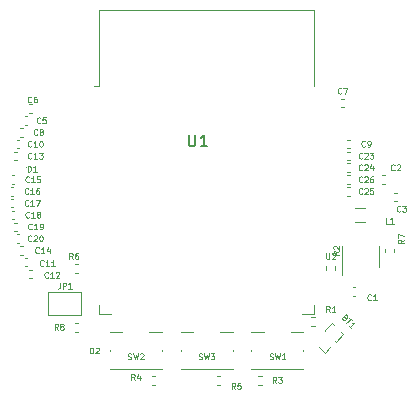
<source format=gbr>
%TF.GenerationSoftware,KiCad,Pcbnew,(6.0.0-rc1-dev-1546-g786ee0e)*%
%TF.CreationDate,2021-05-18T14:47:41-07:00*%
%TF.ProjectId,MainBoard,4d61696e-426f-4617-9264-2e6b69636164,rev?*%
%TF.SameCoordinates,Original*%
%TF.FileFunction,Legend,Top*%
%TF.FilePolarity,Positive*%
%FSLAX46Y46*%
G04 Gerber Fmt 4.6, Leading zero omitted, Abs format (unit mm)*
G04 Created by KiCad (PCBNEW (6.0.0-rc1-dev-1546-g786ee0e)) date Tue 18 May 2021 02:47:41 PM PDT*
%MOMM*%
%LPD*%
G04 APERTURE LIST*
%ADD10C,0.120000*%
%ADD11C,0.100000*%
%ADD12C,0.150000*%
G04 APERTURE END LIST*
D10*
%TO.C,U1*%
X124380000Y-29555000D02*
X124000000Y-29555000D01*
X124380000Y-23135000D02*
X124380000Y-29555000D01*
X142620000Y-23135000D02*
X142620000Y-29555000D01*
X124380000Y-23135000D02*
X142620000Y-23135000D01*
X142620000Y-48880000D02*
X141620000Y-48880000D01*
X142620000Y-48100000D02*
X142620000Y-48880000D01*
X124380000Y-48880000D02*
X125380000Y-48880000D01*
X124380000Y-48100000D02*
X124380000Y-48880000D01*
D11*
%TO.C,D1*%
X118260000Y-36500000D02*
G75*
G03X118260000Y-36500000I-50000J0D01*
G01*
D10*
%TO.C,C20*%
X117627836Y-42140000D02*
X117412164Y-42140000D01*
X117627836Y-42860000D02*
X117412164Y-42860000D01*
%TO.C,C19*%
X117427836Y-41140000D02*
X117212164Y-41140000D01*
X117427836Y-41860000D02*
X117212164Y-41860000D01*
%TO.C,C18*%
X117207836Y-40140000D02*
X116992164Y-40140000D01*
X117207836Y-40860000D02*
X116992164Y-40860000D01*
%TO.C,C17*%
X117147836Y-39140000D02*
X116932164Y-39140000D01*
X117147836Y-39860000D02*
X116932164Y-39860000D01*
%TO.C,C16*%
X117127836Y-38140000D02*
X116912164Y-38140000D01*
X117127836Y-38860000D02*
X116912164Y-38860000D01*
%TO.C,C15*%
X117207836Y-37140000D02*
X116992164Y-37140000D01*
X117207836Y-37860000D02*
X116992164Y-37860000D01*
%TO.C,C14*%
X117927836Y-43140000D02*
X117712164Y-43140000D01*
X117927836Y-43860000D02*
X117712164Y-43860000D01*
%TO.C,C13*%
X117427836Y-35140000D02*
X117212164Y-35140000D01*
X117427836Y-35860000D02*
X117212164Y-35860000D01*
%TO.C,C12*%
X118707836Y-45140000D02*
X118492164Y-45140000D01*
X118707836Y-45860000D02*
X118492164Y-45860000D01*
%TO.C,C11*%
X118327836Y-44140000D02*
X118112164Y-44140000D01*
X118327836Y-44860000D02*
X118112164Y-44860000D01*
%TO.C,C10*%
X117627836Y-34140000D02*
X117412164Y-34140000D01*
X117627836Y-34860000D02*
X117412164Y-34860000D01*
%TO.C,C8*%
X117927836Y-33140000D02*
X117712164Y-33140000D01*
X117927836Y-33860000D02*
X117712164Y-33860000D01*
%TO.C,C6*%
X118492164Y-31860000D02*
X118707836Y-31860000D01*
X118492164Y-31140000D02*
X118707836Y-31140000D01*
%TO.C,C5*%
X118092164Y-32860000D02*
X118307836Y-32860000D01*
X118092164Y-32140000D02*
X118307836Y-32140000D01*
%TO.C,SW1*%
X138350000Y-50450000D02*
X137300000Y-50450000D01*
X141700000Y-52050000D02*
X141700000Y-51950000D01*
X137300000Y-53550000D02*
X141700000Y-53550000D01*
X141700000Y-50450000D02*
X140650000Y-50450000D01*
X137300000Y-52050000D02*
X137300000Y-51950000D01*
%TO.C,SW2*%
X126350000Y-50450000D02*
X125300000Y-50450000D01*
X129700000Y-52050000D02*
X129700000Y-51950000D01*
X125300000Y-53550000D02*
X129700000Y-53550000D01*
X129700000Y-50450000D02*
X128650000Y-50450000D01*
X125300000Y-52050000D02*
X125300000Y-51950000D01*
%TO.C,SW3*%
X132350000Y-50450000D02*
X131300000Y-50450000D01*
X135700000Y-52050000D02*
X135700000Y-51950000D01*
X131300000Y-53550000D02*
X135700000Y-53550000D01*
X135700000Y-50450000D02*
X134650000Y-50450000D01*
X131300000Y-52050000D02*
X131300000Y-51950000D01*
%TO.C,C7*%
X144892164Y-31360000D02*
X145107836Y-31360000D01*
X144892164Y-30640000D02*
X145107836Y-30640000D01*
%TO.C,C9*%
X145392164Y-34860000D02*
X145607836Y-34860000D01*
X145392164Y-34140000D02*
X145607836Y-34140000D01*
%TO.C,C23*%
X145392164Y-35860000D02*
X145607836Y-35860000D01*
X145392164Y-35140000D02*
X145607836Y-35140000D01*
%TO.C,C24*%
X145392164Y-36860000D02*
X145607836Y-36860000D01*
X145392164Y-36140000D02*
X145607836Y-36140000D01*
%TO.C,C25*%
X145392164Y-38860000D02*
X145607836Y-38860000D01*
X145392164Y-38140000D02*
X145607836Y-38140000D01*
%TO.C,C26*%
X145392164Y-37860000D02*
X145607836Y-37860000D01*
X145392164Y-37140000D02*
X145607836Y-37140000D01*
D11*
%TO.C,D2*%
X122460000Y-51000000D02*
G75*
G03X122460000Y-51000000I-50000J0D01*
G01*
D10*
%TO.C,R1*%
X142346359Y-49880000D02*
X142653641Y-49880000D01*
X142346359Y-49120000D02*
X142653641Y-49120000D01*
%TO.C,R2*%
X144380000Y-45163641D02*
X144380000Y-44856359D01*
X143620000Y-45163641D02*
X143620000Y-44856359D01*
%TO.C,R3*%
X138153641Y-54120000D02*
X137846359Y-54120000D01*
X138153641Y-54880000D02*
X137846359Y-54880000D01*
%TO.C,R4*%
X129153641Y-54120000D02*
X128846359Y-54120000D01*
X129153641Y-54880000D02*
X128846359Y-54880000D01*
%TO.C,R5*%
X134653641Y-54120000D02*
X134346359Y-54120000D01*
X134653641Y-54880000D02*
X134346359Y-54880000D01*
%TO.C,R6*%
X122346359Y-45380000D02*
X122653641Y-45380000D01*
X122346359Y-44620000D02*
X122653641Y-44620000D01*
%TO.C,R7*%
X149380000Y-43653641D02*
X149380000Y-43346359D01*
X148620000Y-43653641D02*
X148620000Y-43346359D01*
%TO.C,R8*%
X122346359Y-50380000D02*
X122653641Y-50380000D01*
X122346359Y-49620000D02*
X122653641Y-49620000D01*
%TO.C,U2*%
X144990000Y-43120000D02*
X144990000Y-45550000D01*
X148060000Y-44880000D02*
X148060000Y-43120000D01*
%TO.C,JP1*%
X120100000Y-47000000D02*
X122900000Y-47000000D01*
X122900000Y-47000000D02*
X122900000Y-49000000D01*
X122900000Y-49000000D02*
X120100000Y-49000000D01*
X120100000Y-49000000D02*
X120100000Y-47000000D01*
%TO.C,BT1*%
X143507071Y-52182914D02*
X143015632Y-51691475D01*
X143991439Y-51698546D02*
X143507071Y-52182914D01*
X143554252Y-50292623D02*
X143492929Y-50231300D01*
X144475807Y-51214178D02*
X144414484Y-51152855D01*
X143492929Y-50231300D02*
X144111647Y-49612581D01*
X144475807Y-51214178D02*
X145094526Y-50595460D01*
X144324138Y-49825072D02*
X144111647Y-49612581D01*
X145094526Y-50595460D02*
X144882035Y-50382969D01*
%TO.C,C1*%
X145892164Y-47360000D02*
X146107836Y-47360000D01*
X145892164Y-46640000D02*
X146107836Y-46640000D01*
%TO.C,L1*%
X146100378Y-41060000D02*
X146899622Y-41060000D01*
X146100378Y-39940000D02*
X146899622Y-39940000D01*
%TO.C,C2*%
X148392164Y-37860000D02*
X148607836Y-37860000D01*
X148392164Y-37140000D02*
X148607836Y-37140000D01*
%TO.C,C3*%
X149392164Y-39360000D02*
X149607836Y-39360000D01*
X149392164Y-38640000D02*
X149607836Y-38640000D01*
%TO.C,U1*%
D12*
X131988095Y-33702380D02*
X131988095Y-34511904D01*
X132035714Y-34607142D01*
X132083333Y-34654761D01*
X132178571Y-34702380D01*
X132369047Y-34702380D01*
X132464285Y-34654761D01*
X132511904Y-34607142D01*
X132559523Y-34511904D01*
X132559523Y-33702380D01*
X133559523Y-34702380D02*
X132988095Y-34702380D01*
X133273809Y-34702380D02*
X133273809Y-33702380D01*
X133178571Y-33845238D01*
X133083333Y-33940476D01*
X132988095Y-33988095D01*
%TO.C,D1*%
D11*
X118350952Y-36826190D02*
X118350952Y-36326190D01*
X118470000Y-36326190D01*
X118541428Y-36350000D01*
X118589047Y-36397619D01*
X118612857Y-36445238D01*
X118636666Y-36540476D01*
X118636666Y-36611904D01*
X118612857Y-36707142D01*
X118589047Y-36754761D01*
X118541428Y-36802380D01*
X118470000Y-36826190D01*
X118350952Y-36826190D01*
X119112857Y-36826190D02*
X118827142Y-36826190D01*
X118970000Y-36826190D02*
X118970000Y-36326190D01*
X118922380Y-36397619D01*
X118874761Y-36445238D01*
X118827142Y-36469047D01*
%TO.C,C20*%
X118678571Y-42678571D02*
X118654761Y-42702380D01*
X118583333Y-42726190D01*
X118535714Y-42726190D01*
X118464285Y-42702380D01*
X118416666Y-42654761D01*
X118392857Y-42607142D01*
X118369047Y-42511904D01*
X118369047Y-42440476D01*
X118392857Y-42345238D01*
X118416666Y-42297619D01*
X118464285Y-42250000D01*
X118535714Y-42226190D01*
X118583333Y-42226190D01*
X118654761Y-42250000D01*
X118678571Y-42273809D01*
X118869047Y-42273809D02*
X118892857Y-42250000D01*
X118940476Y-42226190D01*
X119059523Y-42226190D01*
X119107142Y-42250000D01*
X119130952Y-42273809D01*
X119154761Y-42321428D01*
X119154761Y-42369047D01*
X119130952Y-42440476D01*
X118845238Y-42726190D01*
X119154761Y-42726190D01*
X119464285Y-42226190D02*
X119511904Y-42226190D01*
X119559523Y-42250000D01*
X119583333Y-42273809D01*
X119607142Y-42321428D01*
X119630952Y-42416666D01*
X119630952Y-42535714D01*
X119607142Y-42630952D01*
X119583333Y-42678571D01*
X119559523Y-42702380D01*
X119511904Y-42726190D01*
X119464285Y-42726190D01*
X119416666Y-42702380D01*
X119392857Y-42678571D01*
X119369047Y-42630952D01*
X119345238Y-42535714D01*
X119345238Y-42416666D01*
X119369047Y-42321428D01*
X119392857Y-42273809D01*
X119416666Y-42250000D01*
X119464285Y-42226190D01*
%TO.C,C19*%
X118698571Y-41678571D02*
X118674761Y-41702380D01*
X118603333Y-41726190D01*
X118555714Y-41726190D01*
X118484285Y-41702380D01*
X118436666Y-41654761D01*
X118412857Y-41607142D01*
X118389047Y-41511904D01*
X118389047Y-41440476D01*
X118412857Y-41345238D01*
X118436666Y-41297619D01*
X118484285Y-41250000D01*
X118555714Y-41226190D01*
X118603333Y-41226190D01*
X118674761Y-41250000D01*
X118698571Y-41273809D01*
X119174761Y-41726190D02*
X118889047Y-41726190D01*
X119031904Y-41726190D02*
X119031904Y-41226190D01*
X118984285Y-41297619D01*
X118936666Y-41345238D01*
X118889047Y-41369047D01*
X119412857Y-41726190D02*
X119508095Y-41726190D01*
X119555714Y-41702380D01*
X119579523Y-41678571D01*
X119627142Y-41607142D01*
X119650952Y-41511904D01*
X119650952Y-41321428D01*
X119627142Y-41273809D01*
X119603333Y-41250000D01*
X119555714Y-41226190D01*
X119460476Y-41226190D01*
X119412857Y-41250000D01*
X119389047Y-41273809D01*
X119365238Y-41321428D01*
X119365238Y-41440476D01*
X119389047Y-41488095D01*
X119412857Y-41511904D01*
X119460476Y-41535714D01*
X119555714Y-41535714D01*
X119603333Y-41511904D01*
X119627142Y-41488095D01*
X119650952Y-41440476D01*
%TO.C,C18*%
X118478571Y-40678571D02*
X118454761Y-40702380D01*
X118383333Y-40726190D01*
X118335714Y-40726190D01*
X118264285Y-40702380D01*
X118216666Y-40654761D01*
X118192857Y-40607142D01*
X118169047Y-40511904D01*
X118169047Y-40440476D01*
X118192857Y-40345238D01*
X118216666Y-40297619D01*
X118264285Y-40250000D01*
X118335714Y-40226190D01*
X118383333Y-40226190D01*
X118454761Y-40250000D01*
X118478571Y-40273809D01*
X118954761Y-40726190D02*
X118669047Y-40726190D01*
X118811904Y-40726190D02*
X118811904Y-40226190D01*
X118764285Y-40297619D01*
X118716666Y-40345238D01*
X118669047Y-40369047D01*
X119240476Y-40440476D02*
X119192857Y-40416666D01*
X119169047Y-40392857D01*
X119145238Y-40345238D01*
X119145238Y-40321428D01*
X119169047Y-40273809D01*
X119192857Y-40250000D01*
X119240476Y-40226190D01*
X119335714Y-40226190D01*
X119383333Y-40250000D01*
X119407142Y-40273809D01*
X119430952Y-40321428D01*
X119430952Y-40345238D01*
X119407142Y-40392857D01*
X119383333Y-40416666D01*
X119335714Y-40440476D01*
X119240476Y-40440476D01*
X119192857Y-40464285D01*
X119169047Y-40488095D01*
X119145238Y-40535714D01*
X119145238Y-40630952D01*
X119169047Y-40678571D01*
X119192857Y-40702380D01*
X119240476Y-40726190D01*
X119335714Y-40726190D01*
X119383333Y-40702380D01*
X119407142Y-40678571D01*
X119430952Y-40630952D01*
X119430952Y-40535714D01*
X119407142Y-40488095D01*
X119383333Y-40464285D01*
X119335714Y-40440476D01*
%TO.C,C17*%
X118398571Y-39678571D02*
X118374761Y-39702380D01*
X118303333Y-39726190D01*
X118255714Y-39726190D01*
X118184285Y-39702380D01*
X118136666Y-39654761D01*
X118112857Y-39607142D01*
X118089047Y-39511904D01*
X118089047Y-39440476D01*
X118112857Y-39345238D01*
X118136666Y-39297619D01*
X118184285Y-39250000D01*
X118255714Y-39226190D01*
X118303333Y-39226190D01*
X118374761Y-39250000D01*
X118398571Y-39273809D01*
X118874761Y-39726190D02*
X118589047Y-39726190D01*
X118731904Y-39726190D02*
X118731904Y-39226190D01*
X118684285Y-39297619D01*
X118636666Y-39345238D01*
X118589047Y-39369047D01*
X119041428Y-39226190D02*
X119374761Y-39226190D01*
X119160476Y-39726190D01*
%TO.C,C16*%
X118398571Y-38678571D02*
X118374761Y-38702380D01*
X118303333Y-38726190D01*
X118255714Y-38726190D01*
X118184285Y-38702380D01*
X118136666Y-38654761D01*
X118112857Y-38607142D01*
X118089047Y-38511904D01*
X118089047Y-38440476D01*
X118112857Y-38345238D01*
X118136666Y-38297619D01*
X118184285Y-38250000D01*
X118255714Y-38226190D01*
X118303333Y-38226190D01*
X118374761Y-38250000D01*
X118398571Y-38273809D01*
X118874761Y-38726190D02*
X118589047Y-38726190D01*
X118731904Y-38726190D02*
X118731904Y-38226190D01*
X118684285Y-38297619D01*
X118636666Y-38345238D01*
X118589047Y-38369047D01*
X119303333Y-38226190D02*
X119208095Y-38226190D01*
X119160476Y-38250000D01*
X119136666Y-38273809D01*
X119089047Y-38345238D01*
X119065238Y-38440476D01*
X119065238Y-38630952D01*
X119089047Y-38678571D01*
X119112857Y-38702380D01*
X119160476Y-38726190D01*
X119255714Y-38726190D01*
X119303333Y-38702380D01*
X119327142Y-38678571D01*
X119350952Y-38630952D01*
X119350952Y-38511904D01*
X119327142Y-38464285D01*
X119303333Y-38440476D01*
X119255714Y-38416666D01*
X119160476Y-38416666D01*
X119112857Y-38440476D01*
X119089047Y-38464285D01*
X119065238Y-38511904D01*
%TO.C,C15*%
X118478571Y-37678571D02*
X118454761Y-37702380D01*
X118383333Y-37726190D01*
X118335714Y-37726190D01*
X118264285Y-37702380D01*
X118216666Y-37654761D01*
X118192857Y-37607142D01*
X118169047Y-37511904D01*
X118169047Y-37440476D01*
X118192857Y-37345238D01*
X118216666Y-37297619D01*
X118264285Y-37250000D01*
X118335714Y-37226190D01*
X118383333Y-37226190D01*
X118454761Y-37250000D01*
X118478571Y-37273809D01*
X118954761Y-37726190D02*
X118669047Y-37726190D01*
X118811904Y-37726190D02*
X118811904Y-37226190D01*
X118764285Y-37297619D01*
X118716666Y-37345238D01*
X118669047Y-37369047D01*
X119407142Y-37226190D02*
X119169047Y-37226190D01*
X119145238Y-37464285D01*
X119169047Y-37440476D01*
X119216666Y-37416666D01*
X119335714Y-37416666D01*
X119383333Y-37440476D01*
X119407142Y-37464285D01*
X119430952Y-37511904D01*
X119430952Y-37630952D01*
X119407142Y-37678571D01*
X119383333Y-37702380D01*
X119335714Y-37726190D01*
X119216666Y-37726190D01*
X119169047Y-37702380D01*
X119145238Y-37678571D01*
%TO.C,C14*%
X119298571Y-43678571D02*
X119274761Y-43702380D01*
X119203333Y-43726190D01*
X119155714Y-43726190D01*
X119084285Y-43702380D01*
X119036666Y-43654761D01*
X119012857Y-43607142D01*
X118989047Y-43511904D01*
X118989047Y-43440476D01*
X119012857Y-43345238D01*
X119036666Y-43297619D01*
X119084285Y-43250000D01*
X119155714Y-43226190D01*
X119203333Y-43226190D01*
X119274761Y-43250000D01*
X119298571Y-43273809D01*
X119774761Y-43726190D02*
X119489047Y-43726190D01*
X119631904Y-43726190D02*
X119631904Y-43226190D01*
X119584285Y-43297619D01*
X119536666Y-43345238D01*
X119489047Y-43369047D01*
X120203333Y-43392857D02*
X120203333Y-43726190D01*
X120084285Y-43202380D02*
X119965238Y-43559523D01*
X120274761Y-43559523D01*
%TO.C,C13*%
X118678571Y-35678571D02*
X118654761Y-35702380D01*
X118583333Y-35726190D01*
X118535714Y-35726190D01*
X118464285Y-35702380D01*
X118416666Y-35654761D01*
X118392857Y-35607142D01*
X118369047Y-35511904D01*
X118369047Y-35440476D01*
X118392857Y-35345238D01*
X118416666Y-35297619D01*
X118464285Y-35250000D01*
X118535714Y-35226190D01*
X118583333Y-35226190D01*
X118654761Y-35250000D01*
X118678571Y-35273809D01*
X119154761Y-35726190D02*
X118869047Y-35726190D01*
X119011904Y-35726190D02*
X119011904Y-35226190D01*
X118964285Y-35297619D01*
X118916666Y-35345238D01*
X118869047Y-35369047D01*
X119321428Y-35226190D02*
X119630952Y-35226190D01*
X119464285Y-35416666D01*
X119535714Y-35416666D01*
X119583333Y-35440476D01*
X119607142Y-35464285D01*
X119630952Y-35511904D01*
X119630952Y-35630952D01*
X119607142Y-35678571D01*
X119583333Y-35702380D01*
X119535714Y-35726190D01*
X119392857Y-35726190D01*
X119345238Y-35702380D01*
X119321428Y-35678571D01*
%TO.C,C12*%
X120078571Y-45778571D02*
X120054761Y-45802380D01*
X119983333Y-45826190D01*
X119935714Y-45826190D01*
X119864285Y-45802380D01*
X119816666Y-45754761D01*
X119792857Y-45707142D01*
X119769047Y-45611904D01*
X119769047Y-45540476D01*
X119792857Y-45445238D01*
X119816666Y-45397619D01*
X119864285Y-45350000D01*
X119935714Y-45326190D01*
X119983333Y-45326190D01*
X120054761Y-45350000D01*
X120078571Y-45373809D01*
X120554761Y-45826190D02*
X120269047Y-45826190D01*
X120411904Y-45826190D02*
X120411904Y-45326190D01*
X120364285Y-45397619D01*
X120316666Y-45445238D01*
X120269047Y-45469047D01*
X120745238Y-45373809D02*
X120769047Y-45350000D01*
X120816666Y-45326190D01*
X120935714Y-45326190D01*
X120983333Y-45350000D01*
X121007142Y-45373809D01*
X121030952Y-45421428D01*
X121030952Y-45469047D01*
X121007142Y-45540476D01*
X120721428Y-45826190D01*
X121030952Y-45826190D01*
%TO.C,C11*%
X119698571Y-44778571D02*
X119674761Y-44802380D01*
X119603333Y-44826190D01*
X119555714Y-44826190D01*
X119484285Y-44802380D01*
X119436666Y-44754761D01*
X119412857Y-44707142D01*
X119389047Y-44611904D01*
X119389047Y-44540476D01*
X119412857Y-44445238D01*
X119436666Y-44397619D01*
X119484285Y-44350000D01*
X119555714Y-44326190D01*
X119603333Y-44326190D01*
X119674761Y-44350000D01*
X119698571Y-44373809D01*
X120174761Y-44826190D02*
X119889047Y-44826190D01*
X120031904Y-44826190D02*
X120031904Y-44326190D01*
X119984285Y-44397619D01*
X119936666Y-44445238D01*
X119889047Y-44469047D01*
X120650952Y-44826190D02*
X120365238Y-44826190D01*
X120508095Y-44826190D02*
X120508095Y-44326190D01*
X120460476Y-44397619D01*
X120412857Y-44445238D01*
X120365238Y-44469047D01*
%TO.C,C10*%
X118678571Y-34678571D02*
X118654761Y-34702380D01*
X118583333Y-34726190D01*
X118535714Y-34726190D01*
X118464285Y-34702380D01*
X118416666Y-34654761D01*
X118392857Y-34607142D01*
X118369047Y-34511904D01*
X118369047Y-34440476D01*
X118392857Y-34345238D01*
X118416666Y-34297619D01*
X118464285Y-34250000D01*
X118535714Y-34226190D01*
X118583333Y-34226190D01*
X118654761Y-34250000D01*
X118678571Y-34273809D01*
X119154761Y-34726190D02*
X118869047Y-34726190D01*
X119011904Y-34726190D02*
X119011904Y-34226190D01*
X118964285Y-34297619D01*
X118916666Y-34345238D01*
X118869047Y-34369047D01*
X119464285Y-34226190D02*
X119511904Y-34226190D01*
X119559523Y-34250000D01*
X119583333Y-34273809D01*
X119607142Y-34321428D01*
X119630952Y-34416666D01*
X119630952Y-34535714D01*
X119607142Y-34630952D01*
X119583333Y-34678571D01*
X119559523Y-34702380D01*
X119511904Y-34726190D01*
X119464285Y-34726190D01*
X119416666Y-34702380D01*
X119392857Y-34678571D01*
X119369047Y-34630952D01*
X119345238Y-34535714D01*
X119345238Y-34416666D01*
X119369047Y-34321428D01*
X119392857Y-34273809D01*
X119416666Y-34250000D01*
X119464285Y-34226190D01*
%TO.C,C8*%
X119166666Y-33678571D02*
X119142857Y-33702380D01*
X119071428Y-33726190D01*
X119023809Y-33726190D01*
X118952380Y-33702380D01*
X118904761Y-33654761D01*
X118880952Y-33607142D01*
X118857142Y-33511904D01*
X118857142Y-33440476D01*
X118880952Y-33345238D01*
X118904761Y-33297619D01*
X118952380Y-33250000D01*
X119023809Y-33226190D01*
X119071428Y-33226190D01*
X119142857Y-33250000D01*
X119166666Y-33273809D01*
X119452380Y-33440476D02*
X119404761Y-33416666D01*
X119380952Y-33392857D01*
X119357142Y-33345238D01*
X119357142Y-33321428D01*
X119380952Y-33273809D01*
X119404761Y-33250000D01*
X119452380Y-33226190D01*
X119547619Y-33226190D01*
X119595238Y-33250000D01*
X119619047Y-33273809D01*
X119642857Y-33321428D01*
X119642857Y-33345238D01*
X119619047Y-33392857D01*
X119595238Y-33416666D01*
X119547619Y-33440476D01*
X119452380Y-33440476D01*
X119404761Y-33464285D01*
X119380952Y-33488095D01*
X119357142Y-33535714D01*
X119357142Y-33630952D01*
X119380952Y-33678571D01*
X119404761Y-33702380D01*
X119452380Y-33726190D01*
X119547619Y-33726190D01*
X119595238Y-33702380D01*
X119619047Y-33678571D01*
X119642857Y-33630952D01*
X119642857Y-33535714D01*
X119619047Y-33488095D01*
X119595238Y-33464285D01*
X119547619Y-33440476D01*
%TO.C,C6*%
X118666666Y-30928571D02*
X118642857Y-30952380D01*
X118571428Y-30976190D01*
X118523809Y-30976190D01*
X118452380Y-30952380D01*
X118404761Y-30904761D01*
X118380952Y-30857142D01*
X118357142Y-30761904D01*
X118357142Y-30690476D01*
X118380952Y-30595238D01*
X118404761Y-30547619D01*
X118452380Y-30500000D01*
X118523809Y-30476190D01*
X118571428Y-30476190D01*
X118642857Y-30500000D01*
X118666666Y-30523809D01*
X119095238Y-30476190D02*
X119000000Y-30476190D01*
X118952380Y-30500000D01*
X118928571Y-30523809D01*
X118880952Y-30595238D01*
X118857142Y-30690476D01*
X118857142Y-30880952D01*
X118880952Y-30928571D01*
X118904761Y-30952380D01*
X118952380Y-30976190D01*
X119047619Y-30976190D01*
X119095238Y-30952380D01*
X119119047Y-30928571D01*
X119142857Y-30880952D01*
X119142857Y-30761904D01*
X119119047Y-30714285D01*
X119095238Y-30690476D01*
X119047619Y-30666666D01*
X118952380Y-30666666D01*
X118904761Y-30690476D01*
X118880952Y-30714285D01*
X118857142Y-30761904D01*
%TO.C,C5*%
X119416666Y-32678571D02*
X119392857Y-32702380D01*
X119321428Y-32726190D01*
X119273809Y-32726190D01*
X119202380Y-32702380D01*
X119154761Y-32654761D01*
X119130952Y-32607142D01*
X119107142Y-32511904D01*
X119107142Y-32440476D01*
X119130952Y-32345238D01*
X119154761Y-32297619D01*
X119202380Y-32250000D01*
X119273809Y-32226190D01*
X119321428Y-32226190D01*
X119392857Y-32250000D01*
X119416666Y-32273809D01*
X119869047Y-32226190D02*
X119630952Y-32226190D01*
X119607142Y-32464285D01*
X119630952Y-32440476D01*
X119678571Y-32416666D01*
X119797619Y-32416666D01*
X119845238Y-32440476D01*
X119869047Y-32464285D01*
X119892857Y-32511904D01*
X119892857Y-32630952D01*
X119869047Y-32678571D01*
X119845238Y-32702380D01*
X119797619Y-32726190D01*
X119678571Y-32726190D01*
X119630952Y-32702380D01*
X119607142Y-32678571D01*
%TO.C,SW1*%
X138833333Y-52702380D02*
X138904761Y-52726190D01*
X139023809Y-52726190D01*
X139071428Y-52702380D01*
X139095238Y-52678571D01*
X139119047Y-52630952D01*
X139119047Y-52583333D01*
X139095238Y-52535714D01*
X139071428Y-52511904D01*
X139023809Y-52488095D01*
X138928571Y-52464285D01*
X138880952Y-52440476D01*
X138857142Y-52416666D01*
X138833333Y-52369047D01*
X138833333Y-52321428D01*
X138857142Y-52273809D01*
X138880952Y-52250000D01*
X138928571Y-52226190D01*
X139047619Y-52226190D01*
X139119047Y-52250000D01*
X139285714Y-52226190D02*
X139404761Y-52726190D01*
X139500000Y-52369047D01*
X139595238Y-52726190D01*
X139714285Y-52226190D01*
X140166666Y-52726190D02*
X139880952Y-52726190D01*
X140023809Y-52726190D02*
X140023809Y-52226190D01*
X139976190Y-52297619D01*
X139928571Y-52345238D01*
X139880952Y-52369047D01*
%TO.C,SW2*%
X126833333Y-52702380D02*
X126904761Y-52726190D01*
X127023809Y-52726190D01*
X127071428Y-52702380D01*
X127095238Y-52678571D01*
X127119047Y-52630952D01*
X127119047Y-52583333D01*
X127095238Y-52535714D01*
X127071428Y-52511904D01*
X127023809Y-52488095D01*
X126928571Y-52464285D01*
X126880952Y-52440476D01*
X126857142Y-52416666D01*
X126833333Y-52369047D01*
X126833333Y-52321428D01*
X126857142Y-52273809D01*
X126880952Y-52250000D01*
X126928571Y-52226190D01*
X127047619Y-52226190D01*
X127119047Y-52250000D01*
X127285714Y-52226190D02*
X127404761Y-52726190D01*
X127500000Y-52369047D01*
X127595238Y-52726190D01*
X127714285Y-52226190D01*
X127880952Y-52273809D02*
X127904761Y-52250000D01*
X127952380Y-52226190D01*
X128071428Y-52226190D01*
X128119047Y-52250000D01*
X128142857Y-52273809D01*
X128166666Y-52321428D01*
X128166666Y-52369047D01*
X128142857Y-52440476D01*
X127857142Y-52726190D01*
X128166666Y-52726190D01*
%TO.C,SW3*%
X132833333Y-52702380D02*
X132904761Y-52726190D01*
X133023809Y-52726190D01*
X133071428Y-52702380D01*
X133095238Y-52678571D01*
X133119047Y-52630952D01*
X133119047Y-52583333D01*
X133095238Y-52535714D01*
X133071428Y-52511904D01*
X133023809Y-52488095D01*
X132928571Y-52464285D01*
X132880952Y-52440476D01*
X132857142Y-52416666D01*
X132833333Y-52369047D01*
X132833333Y-52321428D01*
X132857142Y-52273809D01*
X132880952Y-52250000D01*
X132928571Y-52226190D01*
X133047619Y-52226190D01*
X133119047Y-52250000D01*
X133285714Y-52226190D02*
X133404761Y-52726190D01*
X133500000Y-52369047D01*
X133595238Y-52726190D01*
X133714285Y-52226190D01*
X133857142Y-52226190D02*
X134166666Y-52226190D01*
X134000000Y-52416666D01*
X134071428Y-52416666D01*
X134119047Y-52440476D01*
X134142857Y-52464285D01*
X134166666Y-52511904D01*
X134166666Y-52630952D01*
X134142857Y-52678571D01*
X134119047Y-52702380D01*
X134071428Y-52726190D01*
X133928571Y-52726190D01*
X133880952Y-52702380D01*
X133857142Y-52678571D01*
%TO.C,C7*%
X144916666Y-30178571D02*
X144892857Y-30202380D01*
X144821428Y-30226190D01*
X144773809Y-30226190D01*
X144702380Y-30202380D01*
X144654761Y-30154761D01*
X144630952Y-30107142D01*
X144607142Y-30011904D01*
X144607142Y-29940476D01*
X144630952Y-29845238D01*
X144654761Y-29797619D01*
X144702380Y-29750000D01*
X144773809Y-29726190D01*
X144821428Y-29726190D01*
X144892857Y-29750000D01*
X144916666Y-29773809D01*
X145083333Y-29726190D02*
X145416666Y-29726190D01*
X145202380Y-30226190D01*
%TO.C,C9*%
X146916666Y-34678571D02*
X146892857Y-34702380D01*
X146821428Y-34726190D01*
X146773809Y-34726190D01*
X146702380Y-34702380D01*
X146654761Y-34654761D01*
X146630952Y-34607142D01*
X146607142Y-34511904D01*
X146607142Y-34440476D01*
X146630952Y-34345238D01*
X146654761Y-34297619D01*
X146702380Y-34250000D01*
X146773809Y-34226190D01*
X146821428Y-34226190D01*
X146892857Y-34250000D01*
X146916666Y-34273809D01*
X147154761Y-34726190D02*
X147250000Y-34726190D01*
X147297619Y-34702380D01*
X147321428Y-34678571D01*
X147369047Y-34607142D01*
X147392857Y-34511904D01*
X147392857Y-34321428D01*
X147369047Y-34273809D01*
X147345238Y-34250000D01*
X147297619Y-34226190D01*
X147202380Y-34226190D01*
X147154761Y-34250000D01*
X147130952Y-34273809D01*
X147107142Y-34321428D01*
X147107142Y-34440476D01*
X147130952Y-34488095D01*
X147154761Y-34511904D01*
X147202380Y-34535714D01*
X147297619Y-34535714D01*
X147345238Y-34511904D01*
X147369047Y-34488095D01*
X147392857Y-34440476D01*
%TO.C,C23*%
X146678571Y-35678571D02*
X146654761Y-35702380D01*
X146583333Y-35726190D01*
X146535714Y-35726190D01*
X146464285Y-35702380D01*
X146416666Y-35654761D01*
X146392857Y-35607142D01*
X146369047Y-35511904D01*
X146369047Y-35440476D01*
X146392857Y-35345238D01*
X146416666Y-35297619D01*
X146464285Y-35250000D01*
X146535714Y-35226190D01*
X146583333Y-35226190D01*
X146654761Y-35250000D01*
X146678571Y-35273809D01*
X146869047Y-35273809D02*
X146892857Y-35250000D01*
X146940476Y-35226190D01*
X147059523Y-35226190D01*
X147107142Y-35250000D01*
X147130952Y-35273809D01*
X147154761Y-35321428D01*
X147154761Y-35369047D01*
X147130952Y-35440476D01*
X146845238Y-35726190D01*
X147154761Y-35726190D01*
X147321428Y-35226190D02*
X147630952Y-35226190D01*
X147464285Y-35416666D01*
X147535714Y-35416666D01*
X147583333Y-35440476D01*
X147607142Y-35464285D01*
X147630952Y-35511904D01*
X147630952Y-35630952D01*
X147607142Y-35678571D01*
X147583333Y-35702380D01*
X147535714Y-35726190D01*
X147392857Y-35726190D01*
X147345238Y-35702380D01*
X147321428Y-35678571D01*
%TO.C,C24*%
X146678571Y-36678571D02*
X146654761Y-36702380D01*
X146583333Y-36726190D01*
X146535714Y-36726190D01*
X146464285Y-36702380D01*
X146416666Y-36654761D01*
X146392857Y-36607142D01*
X146369047Y-36511904D01*
X146369047Y-36440476D01*
X146392857Y-36345238D01*
X146416666Y-36297619D01*
X146464285Y-36250000D01*
X146535714Y-36226190D01*
X146583333Y-36226190D01*
X146654761Y-36250000D01*
X146678571Y-36273809D01*
X146869047Y-36273809D02*
X146892857Y-36250000D01*
X146940476Y-36226190D01*
X147059523Y-36226190D01*
X147107142Y-36250000D01*
X147130952Y-36273809D01*
X147154761Y-36321428D01*
X147154761Y-36369047D01*
X147130952Y-36440476D01*
X146845238Y-36726190D01*
X147154761Y-36726190D01*
X147583333Y-36392857D02*
X147583333Y-36726190D01*
X147464285Y-36202380D02*
X147345238Y-36559523D01*
X147654761Y-36559523D01*
%TO.C,C25*%
X146678571Y-38678571D02*
X146654761Y-38702380D01*
X146583333Y-38726190D01*
X146535714Y-38726190D01*
X146464285Y-38702380D01*
X146416666Y-38654761D01*
X146392857Y-38607142D01*
X146369047Y-38511904D01*
X146369047Y-38440476D01*
X146392857Y-38345238D01*
X146416666Y-38297619D01*
X146464285Y-38250000D01*
X146535714Y-38226190D01*
X146583333Y-38226190D01*
X146654761Y-38250000D01*
X146678571Y-38273809D01*
X146869047Y-38273809D02*
X146892857Y-38250000D01*
X146940476Y-38226190D01*
X147059523Y-38226190D01*
X147107142Y-38250000D01*
X147130952Y-38273809D01*
X147154761Y-38321428D01*
X147154761Y-38369047D01*
X147130952Y-38440476D01*
X146845238Y-38726190D01*
X147154761Y-38726190D01*
X147607142Y-38226190D02*
X147369047Y-38226190D01*
X147345238Y-38464285D01*
X147369047Y-38440476D01*
X147416666Y-38416666D01*
X147535714Y-38416666D01*
X147583333Y-38440476D01*
X147607142Y-38464285D01*
X147630952Y-38511904D01*
X147630952Y-38630952D01*
X147607142Y-38678571D01*
X147583333Y-38702380D01*
X147535714Y-38726190D01*
X147416666Y-38726190D01*
X147369047Y-38702380D01*
X147345238Y-38678571D01*
%TO.C,C26*%
X146678571Y-37678571D02*
X146654761Y-37702380D01*
X146583333Y-37726190D01*
X146535714Y-37726190D01*
X146464285Y-37702380D01*
X146416666Y-37654761D01*
X146392857Y-37607142D01*
X146369047Y-37511904D01*
X146369047Y-37440476D01*
X146392857Y-37345238D01*
X146416666Y-37297619D01*
X146464285Y-37250000D01*
X146535714Y-37226190D01*
X146583333Y-37226190D01*
X146654761Y-37250000D01*
X146678571Y-37273809D01*
X146869047Y-37273809D02*
X146892857Y-37250000D01*
X146940476Y-37226190D01*
X147059523Y-37226190D01*
X147107142Y-37250000D01*
X147130952Y-37273809D01*
X147154761Y-37321428D01*
X147154761Y-37369047D01*
X147130952Y-37440476D01*
X146845238Y-37726190D01*
X147154761Y-37726190D01*
X147583333Y-37226190D02*
X147488095Y-37226190D01*
X147440476Y-37250000D01*
X147416666Y-37273809D01*
X147369047Y-37345238D01*
X147345238Y-37440476D01*
X147345238Y-37630952D01*
X147369047Y-37678571D01*
X147392857Y-37702380D01*
X147440476Y-37726190D01*
X147535714Y-37726190D01*
X147583333Y-37702380D01*
X147607142Y-37678571D01*
X147630952Y-37630952D01*
X147630952Y-37511904D01*
X147607142Y-37464285D01*
X147583333Y-37440476D01*
X147535714Y-37416666D01*
X147440476Y-37416666D01*
X147392857Y-37440476D01*
X147369047Y-37464285D01*
X147345238Y-37511904D01*
%TO.C,D2*%
X123630952Y-52226190D02*
X123630952Y-51726190D01*
X123750000Y-51726190D01*
X123821428Y-51750000D01*
X123869047Y-51797619D01*
X123892857Y-51845238D01*
X123916666Y-51940476D01*
X123916666Y-52011904D01*
X123892857Y-52107142D01*
X123869047Y-52154761D01*
X123821428Y-52202380D01*
X123750000Y-52226190D01*
X123630952Y-52226190D01*
X124107142Y-51773809D02*
X124130952Y-51750000D01*
X124178571Y-51726190D01*
X124297619Y-51726190D01*
X124345238Y-51750000D01*
X124369047Y-51773809D01*
X124392857Y-51821428D01*
X124392857Y-51869047D01*
X124369047Y-51940476D01*
X124083333Y-52226190D01*
X124392857Y-52226190D01*
%TO.C,R1*%
X143916666Y-48726190D02*
X143750000Y-48488095D01*
X143630952Y-48726190D02*
X143630952Y-48226190D01*
X143821428Y-48226190D01*
X143869047Y-48250000D01*
X143892857Y-48273809D01*
X143916666Y-48321428D01*
X143916666Y-48392857D01*
X143892857Y-48440476D01*
X143869047Y-48464285D01*
X143821428Y-48488095D01*
X143630952Y-48488095D01*
X144392857Y-48726190D02*
X144107142Y-48726190D01*
X144250000Y-48726190D02*
X144250000Y-48226190D01*
X144202380Y-48297619D01*
X144154761Y-48345238D01*
X144107142Y-48369047D01*
%TO.C,R2*%
X144726190Y-43593333D02*
X144488095Y-43760000D01*
X144726190Y-43879047D02*
X144226190Y-43879047D01*
X144226190Y-43688571D01*
X144250000Y-43640952D01*
X144273809Y-43617142D01*
X144321428Y-43593333D01*
X144392857Y-43593333D01*
X144440476Y-43617142D01*
X144464285Y-43640952D01*
X144488095Y-43688571D01*
X144488095Y-43879047D01*
X144273809Y-43402857D02*
X144250000Y-43379047D01*
X144226190Y-43331428D01*
X144226190Y-43212380D01*
X144250000Y-43164761D01*
X144273809Y-43140952D01*
X144321428Y-43117142D01*
X144369047Y-43117142D01*
X144440476Y-43140952D01*
X144726190Y-43426666D01*
X144726190Y-43117142D01*
%TO.C,R3*%
X139416666Y-54726190D02*
X139250000Y-54488095D01*
X139130952Y-54726190D02*
X139130952Y-54226190D01*
X139321428Y-54226190D01*
X139369047Y-54250000D01*
X139392857Y-54273809D01*
X139416666Y-54321428D01*
X139416666Y-54392857D01*
X139392857Y-54440476D01*
X139369047Y-54464285D01*
X139321428Y-54488095D01*
X139130952Y-54488095D01*
X139583333Y-54226190D02*
X139892857Y-54226190D01*
X139726190Y-54416666D01*
X139797619Y-54416666D01*
X139845238Y-54440476D01*
X139869047Y-54464285D01*
X139892857Y-54511904D01*
X139892857Y-54630952D01*
X139869047Y-54678571D01*
X139845238Y-54702380D01*
X139797619Y-54726190D01*
X139654761Y-54726190D01*
X139607142Y-54702380D01*
X139583333Y-54678571D01*
%TO.C,R4*%
X127416666Y-54476190D02*
X127250000Y-54238095D01*
X127130952Y-54476190D02*
X127130952Y-53976190D01*
X127321428Y-53976190D01*
X127369047Y-54000000D01*
X127392857Y-54023809D01*
X127416666Y-54071428D01*
X127416666Y-54142857D01*
X127392857Y-54190476D01*
X127369047Y-54214285D01*
X127321428Y-54238095D01*
X127130952Y-54238095D01*
X127845238Y-54142857D02*
X127845238Y-54476190D01*
X127726190Y-53952380D02*
X127607142Y-54309523D01*
X127916666Y-54309523D01*
%TO.C,R5*%
X135916666Y-55226190D02*
X135750000Y-54988095D01*
X135630952Y-55226190D02*
X135630952Y-54726190D01*
X135821428Y-54726190D01*
X135869047Y-54750000D01*
X135892857Y-54773809D01*
X135916666Y-54821428D01*
X135916666Y-54892857D01*
X135892857Y-54940476D01*
X135869047Y-54964285D01*
X135821428Y-54988095D01*
X135630952Y-54988095D01*
X136369047Y-54726190D02*
X136130952Y-54726190D01*
X136107142Y-54964285D01*
X136130952Y-54940476D01*
X136178571Y-54916666D01*
X136297619Y-54916666D01*
X136345238Y-54940476D01*
X136369047Y-54964285D01*
X136392857Y-55011904D01*
X136392857Y-55130952D01*
X136369047Y-55178571D01*
X136345238Y-55202380D01*
X136297619Y-55226190D01*
X136178571Y-55226190D01*
X136130952Y-55202380D01*
X136107142Y-55178571D01*
%TO.C,R6*%
X122166666Y-44226190D02*
X122000000Y-43988095D01*
X121880952Y-44226190D02*
X121880952Y-43726190D01*
X122071428Y-43726190D01*
X122119047Y-43750000D01*
X122142857Y-43773809D01*
X122166666Y-43821428D01*
X122166666Y-43892857D01*
X122142857Y-43940476D01*
X122119047Y-43964285D01*
X122071428Y-43988095D01*
X121880952Y-43988095D01*
X122595238Y-43726190D02*
X122500000Y-43726190D01*
X122452380Y-43750000D01*
X122428571Y-43773809D01*
X122380952Y-43845238D01*
X122357142Y-43940476D01*
X122357142Y-44130952D01*
X122380952Y-44178571D01*
X122404761Y-44202380D01*
X122452380Y-44226190D01*
X122547619Y-44226190D01*
X122595238Y-44202380D01*
X122619047Y-44178571D01*
X122642857Y-44130952D01*
X122642857Y-44011904D01*
X122619047Y-43964285D01*
X122595238Y-43940476D01*
X122547619Y-43916666D01*
X122452380Y-43916666D01*
X122404761Y-43940476D01*
X122380952Y-43964285D01*
X122357142Y-44011904D01*
%TO.C,R7*%
X150226190Y-42583333D02*
X149988095Y-42750000D01*
X150226190Y-42869047D02*
X149726190Y-42869047D01*
X149726190Y-42678571D01*
X149750000Y-42630952D01*
X149773809Y-42607142D01*
X149821428Y-42583333D01*
X149892857Y-42583333D01*
X149940476Y-42607142D01*
X149964285Y-42630952D01*
X149988095Y-42678571D01*
X149988095Y-42869047D01*
X149726190Y-42416666D02*
X149726190Y-42083333D01*
X150226190Y-42297619D01*
%TO.C,R8*%
X120916666Y-50226190D02*
X120750000Y-49988095D01*
X120630952Y-50226190D02*
X120630952Y-49726190D01*
X120821428Y-49726190D01*
X120869047Y-49750000D01*
X120892857Y-49773809D01*
X120916666Y-49821428D01*
X120916666Y-49892857D01*
X120892857Y-49940476D01*
X120869047Y-49964285D01*
X120821428Y-49988095D01*
X120630952Y-49988095D01*
X121202380Y-49940476D02*
X121154761Y-49916666D01*
X121130952Y-49892857D01*
X121107142Y-49845238D01*
X121107142Y-49821428D01*
X121130952Y-49773809D01*
X121154761Y-49750000D01*
X121202380Y-49726190D01*
X121297619Y-49726190D01*
X121345238Y-49750000D01*
X121369047Y-49773809D01*
X121392857Y-49821428D01*
X121392857Y-49845238D01*
X121369047Y-49892857D01*
X121345238Y-49916666D01*
X121297619Y-49940476D01*
X121202380Y-49940476D01*
X121154761Y-49964285D01*
X121130952Y-49988095D01*
X121107142Y-50035714D01*
X121107142Y-50130952D01*
X121130952Y-50178571D01*
X121154761Y-50202380D01*
X121202380Y-50226190D01*
X121297619Y-50226190D01*
X121345238Y-50202380D01*
X121369047Y-50178571D01*
X121392857Y-50130952D01*
X121392857Y-50035714D01*
X121369047Y-49988095D01*
X121345238Y-49964285D01*
X121297619Y-49940476D01*
%TO.C,U2*%
X143619047Y-43726190D02*
X143619047Y-44130952D01*
X143642857Y-44178571D01*
X143666666Y-44202380D01*
X143714285Y-44226190D01*
X143809523Y-44226190D01*
X143857142Y-44202380D01*
X143880952Y-44178571D01*
X143904761Y-44130952D01*
X143904761Y-43726190D01*
X144119047Y-43773809D02*
X144142857Y-43750000D01*
X144190476Y-43726190D01*
X144309523Y-43726190D01*
X144357142Y-43750000D01*
X144380952Y-43773809D01*
X144404761Y-43821428D01*
X144404761Y-43869047D01*
X144380952Y-43940476D01*
X144095238Y-44226190D01*
X144404761Y-44226190D01*
%TO.C,JP1*%
X121083333Y-46226190D02*
X121083333Y-46583333D01*
X121059523Y-46654761D01*
X121011904Y-46702380D01*
X120940476Y-46726190D01*
X120892857Y-46726190D01*
X121321428Y-46726190D02*
X121321428Y-46226190D01*
X121511904Y-46226190D01*
X121559523Y-46250000D01*
X121583333Y-46273809D01*
X121607142Y-46321428D01*
X121607142Y-46392857D01*
X121583333Y-46440476D01*
X121559523Y-46464285D01*
X121511904Y-46488095D01*
X121321428Y-46488095D01*
X122083333Y-46726190D02*
X121797619Y-46726190D01*
X121940476Y-46726190D02*
X121940476Y-46226190D01*
X121892857Y-46297619D01*
X121845238Y-46345238D01*
X121797619Y-46369047D01*
%TO.C,BT1*%
X145247461Y-49196955D02*
X145281133Y-49264298D01*
X145281133Y-49297970D01*
X145264297Y-49348478D01*
X145213790Y-49398985D01*
X145163282Y-49415821D01*
X145129610Y-49415821D01*
X145079103Y-49398985D01*
X144944416Y-49264298D01*
X145297969Y-48910745D01*
X145415820Y-49028596D01*
X145432656Y-49079104D01*
X145432656Y-49112775D01*
X145415820Y-49163283D01*
X145382148Y-49196955D01*
X145331641Y-49213791D01*
X145297969Y-49213791D01*
X145247461Y-49196955D01*
X145129610Y-49079104D01*
X145601015Y-49213791D02*
X145803045Y-49415821D01*
X145348477Y-49668359D02*
X145702030Y-49314806D01*
X145752538Y-50072420D02*
X145550507Y-49870390D01*
X145651522Y-49971405D02*
X146005076Y-49617852D01*
X145920896Y-49634688D01*
X145853553Y-49634688D01*
X145803045Y-49617852D01*
%TO.C,C1*%
X147416666Y-47678571D02*
X147392857Y-47702380D01*
X147321428Y-47726190D01*
X147273809Y-47726190D01*
X147202380Y-47702380D01*
X147154761Y-47654761D01*
X147130952Y-47607142D01*
X147107142Y-47511904D01*
X147107142Y-47440476D01*
X147130952Y-47345238D01*
X147154761Y-47297619D01*
X147202380Y-47250000D01*
X147273809Y-47226190D01*
X147321428Y-47226190D01*
X147392857Y-47250000D01*
X147416666Y-47273809D01*
X147892857Y-47726190D02*
X147607142Y-47726190D01*
X147750000Y-47726190D02*
X147750000Y-47226190D01*
X147702380Y-47297619D01*
X147654761Y-47345238D01*
X147607142Y-47369047D01*
%TO.C,L1*%
X148916666Y-41226190D02*
X148678571Y-41226190D01*
X148678571Y-40726190D01*
X149345238Y-41226190D02*
X149059523Y-41226190D01*
X149202380Y-41226190D02*
X149202380Y-40726190D01*
X149154761Y-40797619D01*
X149107142Y-40845238D01*
X149059523Y-40869047D01*
%TO.C,C2*%
X149416666Y-36678571D02*
X149392857Y-36702380D01*
X149321428Y-36726190D01*
X149273809Y-36726190D01*
X149202380Y-36702380D01*
X149154761Y-36654761D01*
X149130952Y-36607142D01*
X149107142Y-36511904D01*
X149107142Y-36440476D01*
X149130952Y-36345238D01*
X149154761Y-36297619D01*
X149202380Y-36250000D01*
X149273809Y-36226190D01*
X149321428Y-36226190D01*
X149392857Y-36250000D01*
X149416666Y-36273809D01*
X149607142Y-36273809D02*
X149630952Y-36250000D01*
X149678571Y-36226190D01*
X149797619Y-36226190D01*
X149845238Y-36250000D01*
X149869047Y-36273809D01*
X149892857Y-36321428D01*
X149892857Y-36369047D01*
X149869047Y-36440476D01*
X149583333Y-36726190D01*
X149892857Y-36726190D01*
%TO.C,C3*%
X149916666Y-40178571D02*
X149892857Y-40202380D01*
X149821428Y-40226190D01*
X149773809Y-40226190D01*
X149702380Y-40202380D01*
X149654761Y-40154761D01*
X149630952Y-40107142D01*
X149607142Y-40011904D01*
X149607142Y-39940476D01*
X149630952Y-39845238D01*
X149654761Y-39797619D01*
X149702380Y-39750000D01*
X149773809Y-39726190D01*
X149821428Y-39726190D01*
X149892857Y-39750000D01*
X149916666Y-39773809D01*
X150083333Y-39726190D02*
X150392857Y-39726190D01*
X150226190Y-39916666D01*
X150297619Y-39916666D01*
X150345238Y-39940476D01*
X150369047Y-39964285D01*
X150392857Y-40011904D01*
X150392857Y-40130952D01*
X150369047Y-40178571D01*
X150345238Y-40202380D01*
X150297619Y-40226190D01*
X150154761Y-40226190D01*
X150107142Y-40202380D01*
X150083333Y-40178571D01*
%TD*%
M02*

</source>
